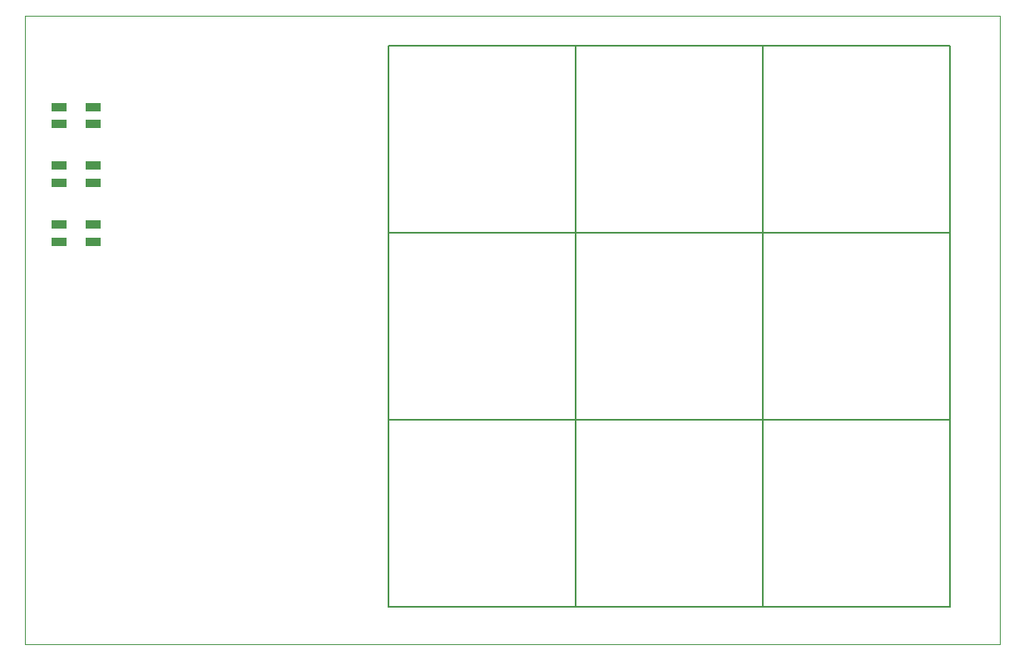
<source format=gbr>
%TF.GenerationSoftware,KiCad,Pcbnew,8.0.8*%
%TF.CreationDate,2025-02-16T23:16:45+05:30*%
%TF.ProjectId,RoyTyper,526f7954-7970-4657-922e-6b696361645f,rev?*%
%TF.SameCoordinates,Original*%
%TF.FileFunction,Paste,Top*%
%TF.FilePolarity,Positive*%
%FSLAX46Y46*%
G04 Gerber Fmt 4.6, Leading zero omitted, Abs format (unit mm)*
G04 Created by KiCad (PCBNEW 8.0.8) date 2025-02-16 23:16:45*
%MOMM*%
%LPD*%
G01*
G04 APERTURE LIST*
%ADD10R,1.600000X0.850000*%
%ADD11C,0.150000*%
%TA.AperFunction,Profile*%
%ADD12C,0.050000*%
%TD*%
G04 APERTURE END LIST*
D10*
%TO.C,D12*%
X56725000Y-78575000D03*
X56725000Y-80325000D03*
X60225000Y-80325000D03*
X60225000Y-78575000D03*
%TD*%
%TO.C,D11*%
X56725000Y-72575000D03*
X56725000Y-74325000D03*
X60225000Y-74325000D03*
X60225000Y-72575000D03*
%TD*%
%TO.C,D10*%
X56725000Y-66575000D03*
X56725000Y-68325000D03*
X60225000Y-68325000D03*
X60225000Y-66575000D03*
%TD*%
D11*
%TO.C,SW3*%
X128325000Y-60325000D02*
X147375000Y-60325000D01*
X128325000Y-79375000D02*
X128325000Y-60325000D01*
X147375000Y-60325000D02*
X147375000Y-79375000D01*
X147375000Y-79375000D02*
X128325000Y-79375000D01*
%TO.C,SW6*%
X128325000Y-79375000D02*
X147375000Y-79375000D01*
X128325000Y-98425000D02*
X128325000Y-79375000D01*
X147375000Y-79375000D02*
X147375000Y-98425000D01*
X147375000Y-98425000D02*
X128325000Y-98425000D01*
%TO.C,SW1*%
X90225000Y-60325000D02*
X109275000Y-60325000D01*
X90225000Y-79375000D02*
X90225000Y-60325000D01*
X109275000Y-60325000D02*
X109275000Y-79375000D01*
X109275000Y-79375000D02*
X90225000Y-79375000D01*
%TO.C,SW4*%
X90225000Y-79375000D02*
X109275000Y-79375000D01*
X90225000Y-98425000D02*
X90225000Y-79375000D01*
X109275000Y-79375000D02*
X109275000Y-98425000D01*
X109275000Y-98425000D02*
X90225000Y-98425000D01*
%TO.C,SW5*%
X109275000Y-79375000D02*
X128325000Y-79375000D01*
X109275000Y-98425000D02*
X109275000Y-79375000D01*
X128325000Y-79375000D02*
X128325000Y-98425000D01*
X128325000Y-98425000D02*
X109275000Y-98425000D01*
%TO.C,SW2*%
X109275000Y-60325000D02*
X128325000Y-60325000D01*
X109275000Y-79375000D02*
X109275000Y-60325000D01*
X128325000Y-60325000D02*
X128325000Y-79375000D01*
X128325000Y-79375000D02*
X109275000Y-79375000D01*
%TO.C,SW9*%
X128325000Y-98425000D02*
X147375000Y-98425000D01*
X128325000Y-117475000D02*
X128325000Y-98425000D01*
X147375000Y-98425000D02*
X147375000Y-117475000D01*
X147375000Y-117475000D02*
X128325000Y-117475000D01*
%TO.C,SW7*%
X90225000Y-98425000D02*
X109275000Y-98425000D01*
X90225000Y-117475000D02*
X90225000Y-98425000D01*
X109275000Y-98425000D02*
X109275000Y-117475000D01*
X109275000Y-117475000D02*
X90225000Y-117475000D01*
%TO.C,SW8*%
X109275000Y-98425000D02*
X128325000Y-98425000D01*
X109275000Y-117475000D02*
X109275000Y-98425000D01*
X128325000Y-98425000D02*
X128325000Y-117475000D01*
X128325000Y-117475000D02*
X109275000Y-117475000D01*
%TD*%
D12*
X53215000Y-57265000D02*
X152445000Y-57265000D01*
X152445000Y-121285000D01*
X53215000Y-121285000D01*
X53215000Y-57265000D01*
M02*

</source>
